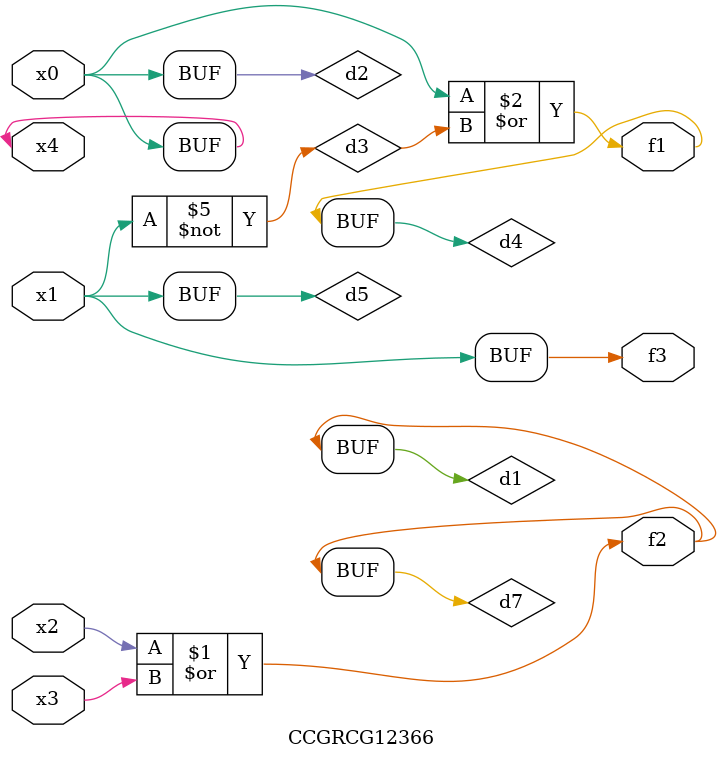
<source format=v>
module CCGRCG12366(
	input x0, x1, x2, x3, x4,
	output f1, f2, f3
);

	wire d1, d2, d3, d4, d5, d6, d7;

	or (d1, x2, x3);
	buf (d2, x0, x4);
	not (d3, x1);
	or (d4, d2, d3);
	not (d5, d3);
	nand (d6, d1, d3);
	or (d7, d1);
	assign f1 = d4;
	assign f2 = d7;
	assign f3 = d5;
endmodule

</source>
